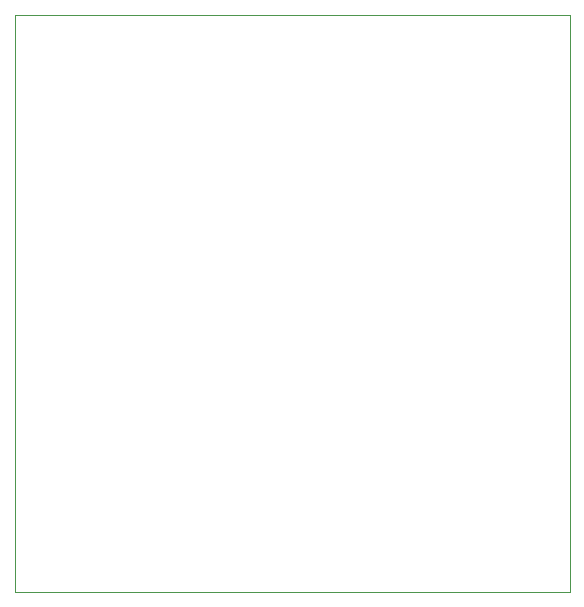
<source format=gko>
%FSLAX46Y46*%
G04 Gerber Fmt 4.6, Leading zero omitted, Abs format (unit mm)*
G04 Created by KiCad (PCBNEW (2014-jul-16 BZR unknown)-product) date Mon 15 Sep 2014 10:06:12 AM MDT*
%MOMM*%
G01*
G04 APERTURE LIST*
%ADD10C,0.100000*%
G04 APERTURE END LIST*
D10*
X128830000Y-73010000D02*
X128820000Y-73010000D01*
X128830000Y-73230000D02*
X128830000Y-73010000D01*
X155000000Y-73010000D02*
X128820000Y-73010000D01*
X128830000Y-121830000D02*
X128830000Y-73200000D01*
X175860000Y-121830000D02*
X128830000Y-121830000D01*
X175860000Y-73010000D02*
X175860000Y-121830000D01*
X155000000Y-73010000D02*
X175860000Y-73010000D01*
M02*

</source>
